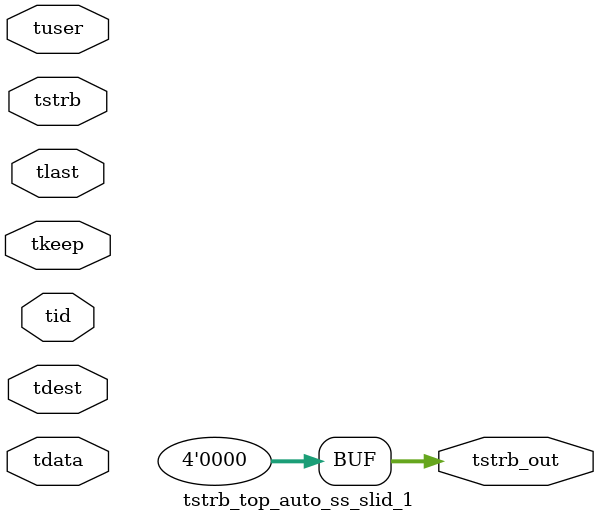
<source format=v>


`timescale 1ps/1ps

module tstrb_top_auto_ss_slid_1 #
(
parameter C_S_AXIS_TDATA_WIDTH = 32,
parameter C_S_AXIS_TUSER_WIDTH = 0,
parameter C_S_AXIS_TID_WIDTH   = 0,
parameter C_S_AXIS_TDEST_WIDTH = 0,
parameter C_M_AXIS_TDATA_WIDTH = 32
)
(
input  [(C_S_AXIS_TDATA_WIDTH == 0 ? 1 : C_S_AXIS_TDATA_WIDTH)-1:0     ] tdata,
input  [(C_S_AXIS_TUSER_WIDTH == 0 ? 1 : C_S_AXIS_TUSER_WIDTH)-1:0     ] tuser,
input  [(C_S_AXIS_TID_WIDTH   == 0 ? 1 : C_S_AXIS_TID_WIDTH)-1:0       ] tid,
input  [(C_S_AXIS_TDEST_WIDTH == 0 ? 1 : C_S_AXIS_TDEST_WIDTH)-1:0     ] tdest,
input  [(C_S_AXIS_TDATA_WIDTH/8)-1:0 ] tkeep,
input  [(C_S_AXIS_TDATA_WIDTH/8)-1:0 ] tstrb,
input                                                                    tlast,
output [(C_M_AXIS_TDATA_WIDTH/8)-1:0 ] tstrb_out
);

assign tstrb_out = {1'b0};

endmodule


</source>
